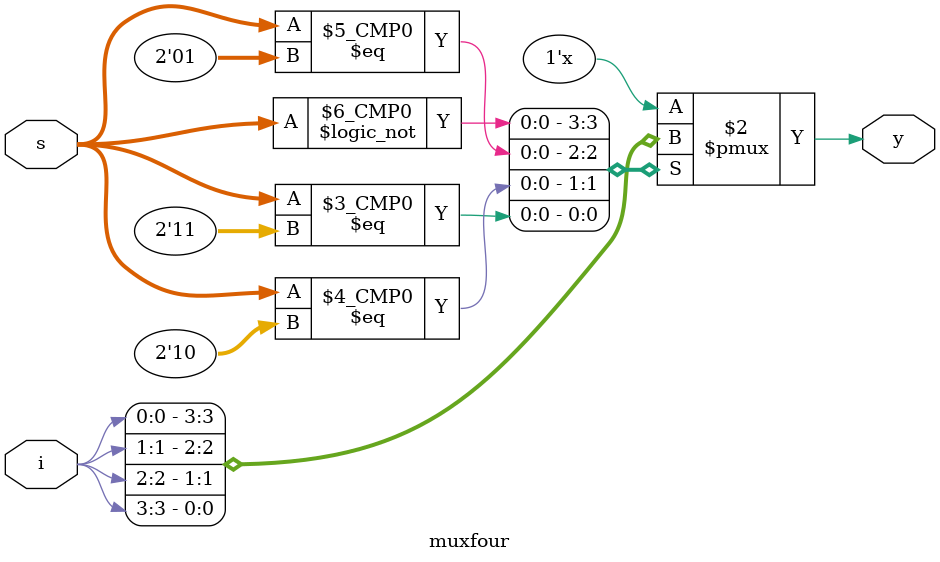
<source format=v>
module muxfour(input[3:0]i,input[1:0]s,output reg y);
always@(i,s)
begin
case(s)
2'b00:y=i[0];
2'b01:y=i[1];
2'b10:y=i[2];
2'b11:y=i[3];
default:y=1'bz;
endcase
end 
endmodule

</source>
